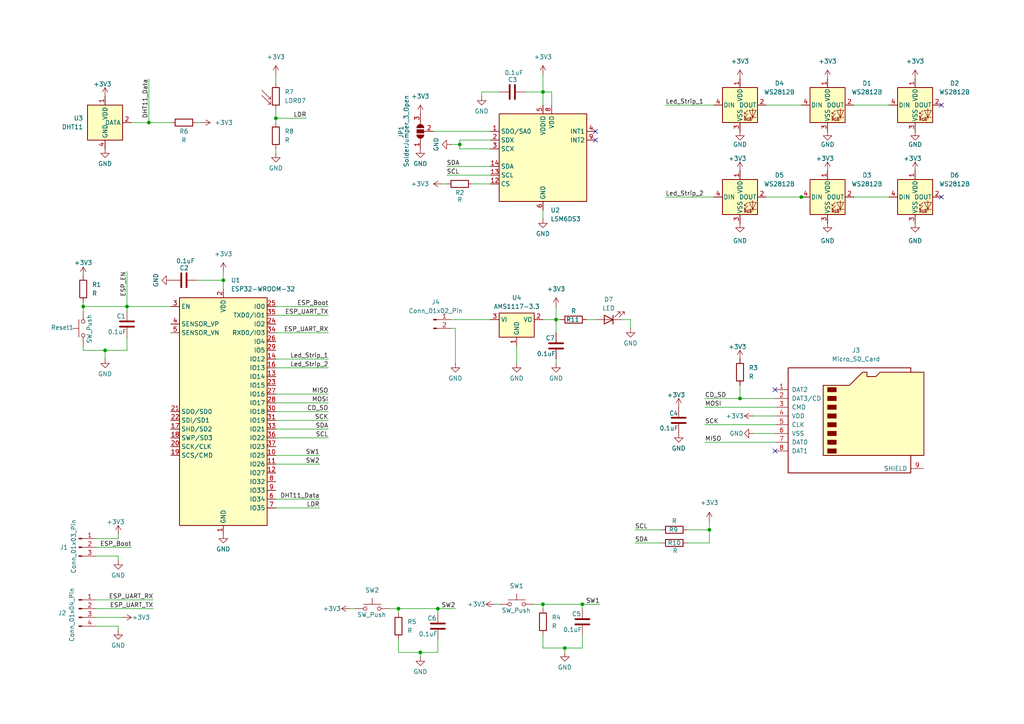
<source format=kicad_sch>
(kicad_sch (version 20231120) (generator "eeschema") (generator_version "8.0")
  (paper "A4")
  (lib_symbols
    (symbol "Connector:Conn_01x02_Pin" (pin_names (offset 1.016) hide)
      (property "Reference" "J" (at 0 2.54 0))
      (property "Value" "Conn_01x02_Pin" (at 0 -5.08 0))
      (symbol "Conn_01x02_Pin_1_1"
        (polyline (pts (xy 1.27 -2.54) (xy 0.8636 -2.54)) (stroke (width 0.1524)))
        (polyline (pts (xy 1.27 0) (xy 0.8636 0)) (stroke (width 0.1524)))
        (rectangle (start 0.8636 -2.413) (end 0 -2.667) (stroke (width 0.1524)) (fill (type outline)))
        (rectangle (start 0.8636 0.127) (end 0 -0.127) (stroke (width 0.1524)) (fill (type outline)))
        (pin passive line (at 5.08 0 180) (length 3.81) (name "Pin_1") (number "1"))
        (pin passive line (at 5.08 -2.54 180) (length 3.81) (name "Pin_2") (number "2"))
      )
    )
    (symbol "Connector:Conn_01x03_Pin" (pin_names (offset 1.016) hide)
      (property "Reference" "J" (at 0 5.08 0))
      (property "Value" "Conn_01x03_Pin" (at 0 -5.08 0))
      (symbol "Conn_01x03_Pin_1_1"
        (polyline (pts (xy 1.27 -2.54) (xy 0.8636 -2.54)) (stroke (width 0.1524)))
        (polyline (pts (xy 1.27 0) (xy 0.8636 0)) (stroke (width 0.1524)))
        (polyline (pts (xy 1.27 2.54) (xy 0.8636 2.54)) (stroke (width 0.1524)))
        (rectangle (start 0.8636 -2.413) (end 0 -2.667) (stroke (width 0.1524)) (fill (type outline)))
        (rectangle (start 0.8636 0.127) (end 0 -0.127) (stroke (width 0.1524)) (fill (type outline)))
        (rectangle (start 0.8636 2.667) (end 0 2.413) (stroke (width 0.1524)) (fill (type outline)))
        (pin passive line (at 5.08 2.54 180) (length 3.81) (name "Pin_1") (number "1"))
        (pin passive line (at 5.08 0 180) (length 3.81) (name "Pin_2") (number "2"))
        (pin passive line (at 5.08 -2.54 180) (length 3.81) (name "Pin_3") (number "3"))
      )
    )
    (symbol "Connector:Conn_01x04_Pin" (pin_names (offset 1.016) hide)
      (property "Reference" "J" (at 0 5.08 0))
      (property "Value" "Conn_01x04_Pin" (at 0 -7.62 0))
      (symbol "Conn_01x04_Pin_1_1"
        (polyline (pts (xy 1.27 -5.08) (xy 0.8636 -5.08)) (stroke (width 0.1524)))
        (polyline (pts (xy 1.27 -2.54) (xy 0.8636 -2.54)) (stroke (width 0.1524)))
        (polyline (pts (xy 1.27 0) (xy 0.8636 0)) (stroke (width 0.1524)))
        (polyline (pts (xy 1.27 2.54) (xy 0.8636 2.54)) (stroke (width 0.1524)))
        (rectangle (start 0.8636 -4.953) (end 0 -5.207) (stroke (width 0.1524)) (fill (type outline)))
        (rectangle (start 0.8636 -2.413) (end 0 -2.667) (stroke (width 0.1524)) (fill (type outline)))
        (rectangle (start 0.8636 0.127) (end 0 -0.127) (stroke (width 0.1524)) (fill (type outline)))
        (rectangle (start 0.8636 2.667) (end 0 2.413) (stroke (width 0.1524)) (fill (type outline)))
        (pin passive line (at 5.08 2.54 180) (length 3.81) (name "Pin_1") (number "1"))
        (pin passive line (at 5.08 0 180) (length 3.81) (name "Pin_2") (number "2"))
        (pin passive line (at 5.08 -2.54 180) (length 3.81) (name "Pin_3") (number "3"))
        (pin passive line (at 5.08 -5.08 180) (length 3.81) (name "Pin_4") (number "4"))
      )
    )
    (symbol "Connector:Micro_SD_Card" (pin_names (offset 1.016))
      (property "Reference" "J" (at -16.51 15.24 0))
      (property "Value" "Micro_SD_Card" (at 16.51 15.24 0))
      (symbol "Micro_SD_Card_0_1"
        (rectangle (start -7.62 -9.525) (end -5.08 -10.795) (fill (type outline)))
        (rectangle (start -7.62 -6.985) (end -5.08 -8.255) (fill (type outline)))
        (rectangle (start -7.62 -4.445) (end -5.08 -5.715) (fill (type outline)))
        (rectangle (start -7.62 -1.905) (end -5.08 -3.175) (fill (type outline)))
        (rectangle (start -7.62 0.635) (end -5.08 -0.635) (fill (type outline)))
        (rectangle (start -7.62 3.175) (end -5.08 1.905) (fill (type outline)))
        (rectangle (start -7.62 5.715) (end -5.08 4.445) (fill (type outline)))
        (rectangle (start -7.62 8.255) (end -5.08 6.985) (fill (type outline)))
        (polyline (pts (xy 16.51 12.7) (xy 16.51 13.97) (xy -19.05 13.97) (xy -19.05 -16.51) (xy 16.51 -16.51) (xy 16.51 -11.43)) (stroke (width 0.254)))
        (polyline (pts (xy -8.89 -11.43) (xy -8.89 8.89) (xy -1.27 8.89) (xy 2.54 12.7) (xy 3.81 12.7) (xy 3.81 11.43) (xy 6.35 11.43) (xy 7.62 12.7) (xy 20.32 12.7) (xy 20.32 -11.43) (xy -8.89 -11.43)) (stroke (width 0.254)) (fill (type background)))
      )
      (symbol "Micro_SD_Card_1_1"
        (pin bidirectional line (at -22.86 7.62 0) (length 3.81) (name "DAT2") (number "1"))
        (pin bidirectional line (at -22.86 5.08 0) (length 3.81) (name "DAT3/CD") (number "2"))
        (pin input line (at -22.86 2.54 0) (length 3.81) (name "CMD") (number "3"))
        (pin power_in line (at -22.86 0 0) (length 3.81) (name "VDD") (number "4"))
        (pin input line (at -22.86 -2.54 0) (length 3.81) (name "CLK") (number "5"))
        (pin power_in line (at -22.86 -5.08 0) (length 3.81) (name "VSS") (number "6"))
        (pin bidirectional line (at -22.86 -7.62 0) (length 3.81) (name "DAT0") (number "7"))
        (pin bidirectional line (at -22.86 -10.16 0) (length 3.81) (name "DAT1") (number "8"))
        (pin passive line (at 20.32 -15.24 180) (length 3.81) (name "SHIELD") (number "9"))
      )
    )
    (symbol "Device:C" (pin_numbers hide) (pin_names (offset 0.254))
      (property "Reference" "C" (at 0.635 2.54 0))
      (property "Value" "C" (at 0.635 -2.54 0))
      (symbol "C_0_1"
        (polyline (pts (xy -2.032 -0.762) (xy 2.032 -0.762)) (stroke (width 0.508)))
        (polyline (pts (xy -2.032 0.762) (xy 2.032 0.762)) (stroke (width 0.508)))
      )
      (symbol "C_1_1"
        (pin passive line (at 0 3.81 270) (length 2.794) (name "~") (number "1"))
        (pin passive line (at 0 -3.81 90) (length 2.794) (name "~") (number "2"))
      )
    )
    (symbol "Device:LED" (pin_numbers hide) (pin_names (offset 1.016) hide)
      (property "Reference" "D" (at 0 2.54 0))
      (property "Value" "LED" (at 0 -2.54 0))
      (symbol "LED_0_1"
        (polyline (pts (xy -1.27 -1.27) (xy -1.27 1.27)) (stroke (width 0.254)))
        (polyline (pts (xy -1.27 0) (xy 1.27 0)))
        (polyline (pts (xy 1.27 -1.27) (xy 1.27 1.27) (xy -1.27 0) (xy 1.27 -1.27)) (stroke (width 0.254)))
        (polyline (pts (xy -3.048 -0.762) (xy -4.572 -2.286) (xy -3.81 -2.286) (xy -4.572 -2.286) (xy -4.572 -1.524)))
        (polyline (pts (xy -1.778 -0.762) (xy -3.302 -2.286) (xy -2.54 -2.286) (xy -3.302 -2.286) (xy -3.302 -1.524)))
      )
      (symbol "LED_1_1"
        (pin passive line (at -3.81 0 0) (length 2.54) (name "K") (number "1"))
        (pin passive line (at 3.81 0 180) (length 2.54) (name "A") (number "2"))
      )
    )
    (symbol "Device:R" (pin_numbers hide) (pin_names (offset 0))
      (property "Reference" "R" (at 2.032 0 90))
      (property "Value" "R" (at 0 0 90))
      (symbol "R_0_1"
        (rectangle (start -1.016 -2.54) (end 1.016 2.54) (stroke (width 0.254)))
      )
      (symbol "R_1_1"
        (pin passive line (at 0 3.81 270) (length 1.27) (name "~") (number "1"))
        (pin passive line (at 0 -3.81 90) (length 1.27) (name "~") (number "2"))
      )
    )
    (symbol "Jumper:SolderJumper_3_Open" (pin_names (offset 0) hide) (exclude_from_sim yes) (in_bom no)
      (property "Reference" "JP" (at -2.54 -2.54 0))
      (property "Value" "SolderJumper_3_Open" (at 0 2.794 0))
      (symbol "SolderJumper_3_Open_0_1"
        (arc (start -1.016 1.016) (mid -2.0276 0) (end -1.016 -1.016))
        (arc (start -1.016 1.016) (mid -2.0276 0) (end -1.016 -1.016) (fill (type outline)))
        (rectangle (start -0.508 1.016) (end 0.508 -1.016) (fill (type outline)))
        (polyline (pts (xy -2.54 0) (xy -2.032 0)))
        (polyline (pts (xy -1.016 1.016) (xy -1.016 -1.016)))
        (polyline (pts (xy 0 -1.27) (xy 0 -1.016)))
        (polyline (pts (xy 1.016 1.016) (xy 1.016 -1.016)))
        (polyline (pts (xy 2.54 0) (xy 2.032 0)))
        (arc (start 1.016 -1.016) (mid 2.0276 0) (end 1.016 1.016))
        (arc (start 1.016 -1.016) (mid 2.0276 0) (end 1.016 1.016) (fill (type outline)))
      )
      (symbol "SolderJumper_3_Open_1_1"
        (pin passive line (at -5.08 0 0) (length 2.54) (name "A") (number "1"))
        (pin passive line (at 0 -3.81 90) (length 2.54) (name "C") (number "2"))
        (pin passive line (at 5.08 0 180) (length 2.54) (name "B") (number "3"))
      )
    )
    (symbol "LED:WS2812B" (pin_names (offset 0.254))
      (property "Reference" "D" (at 5.08 5.715 0))
      (property "Value" "WS2812B" (at 1.27 -5.715 0))
      (symbol "WS2812B_0_0"
        (text "RGB" (at 2.286 -4.191 0) (effects (font (size 0.762 0.762))))
      )
      (symbol "WS2812B_0_1"
        (polyline (pts (xy 1.27 -3.556) (xy 1.778 -3.556)))
        (polyline (pts (xy 1.27 -2.54) (xy 1.778 -2.54)))
        (polyline (pts (xy 4.699 -3.556) (xy 2.667 -3.556)))
        (polyline (pts (xy 2.286 -2.54) (xy 1.27 -3.556) (xy 1.27 -3.048)))
        (polyline (pts (xy 2.286 -1.524) (xy 1.27 -2.54) (xy 1.27 -2.032)))
        (polyline (pts (xy 3.683 -1.016) (xy 3.683 -3.556) (xy 3.683 -4.064)))
        (polyline (pts (xy 4.699 -1.524) (xy 2.667 -1.524) (xy 3.683 -3.556) (xy 4.699 -1.524)))
        (rectangle (start 5.08 5.08) (end -5.08 -5.08) (stroke (width 0.254)) (fill (type background)))
      )
      (symbol "WS2812B_1_1"
        (pin power_in line (at 0 7.62 270) (length 2.54) (name "VDD") (number "1"))
        (pin output line (at 7.62 0 180) (length 2.54) (name "DOUT") (number "2"))
        (pin power_in line (at 0 -7.62 90) (length 2.54) (name "VSS") (number "3"))
        (pin input line (at -7.62 0 0) (length 2.54) (name "DIN") (number "4"))
      )
    )
    (symbol "RF_Module:ESP32-WROOM-32"
      (property "Reference" "U" (at -12.7 34.29 0))
      (property "Value" "ESP32-WROOM-32" (at 1.27 34.29 0))
      (symbol "ESP32-WROOM-32_0_1"
        (rectangle (start -12.7 33.02) (end 12.7 -33.02) (stroke (width 0.254)) (fill (type background)))
      )
      (symbol "ESP32-WROOM-32_1_1"
        (pin power_in line (at 0 -35.56 90) (length 2.54) (name "GND") (number "1"))
        (pin bidirectional line (at 15.24 -12.7 180) (length 2.54) (name "IO25") (number "10"))
        (pin bidirectional line (at 15.24 -15.24 180) (length 2.54) (name "IO26") (number "11"))
        (pin bidirectional line (at 15.24 -17.78 180) (length 2.54) (name "IO27") (number "12"))
        (pin bidirectional line (at 15.24 10.16 180) (length 2.54) (name "IO14") (number "13"))
        (pin bidirectional line (at 15.24 15.24 180) (length 2.54) (name "IO12") (number "14"))
        (pin passive line (at 0 -35.56 90) (length 2.54) hide (name "GND") (number "15"))
        (pin bidirectional line (at 15.24 12.7 180) (length 2.54) (name "IO13") (number "16"))
        (pin bidirectional line (at -15.24 -5.08 0) (length 2.54) (name "SHD/SD2") (number "17"))
        (pin bidirectional line (at -15.24 -7.62 0) (length 2.54) (name "SWP/SD3") (number "18"))
        (pin bidirectional line (at -15.24 -12.7 0) (length 2.54) (name "SCS/CMD") (number "19"))
        (pin power_in line (at 0 35.56 270) (length 2.54) (name "VDD") (number "2"))
        (pin bidirectional line (at -15.24 -10.16 0) (length 2.54) (name "SCK/CLK") (number "20"))
        (pin bidirectional line (at -15.24 0 0) (length 2.54) (name "SDO/SD0") (number "21"))
        (pin bidirectional line (at -15.24 -2.54 0) (length 2.54) (name "SDI/SD1") (number "22"))
        (pin bidirectional line (at 15.24 7.62 180) (length 2.54) (name "IO15") (number "23"))
        (pin bidirectional line (at 15.24 25.4 180) (length 2.54) (name "IO2") (number "24"))
        (pin bidirectional line (at 15.24 30.48 180) (length 2.54) (name "IO0") (number "25"))
        (pin bidirectional line (at 15.24 20.32 180) (length 2.54) (name "IO4") (number "26"))
        (pin bidirectional line (at 15.24 5.08 180) (length 2.54) (name "IO16") (number "27"))
        (pin bidirectional line (at 15.24 2.54 180) (length 2.54) (name "IO17") (number "28"))
        (pin bidirectional line (at 15.24 17.78 180) (length 2.54) (name "IO5") (number "29"))
        (pin input line (at -15.24 30.48 0) (length 2.54) (name "EN") (number "3"))
        (pin bidirectional line (at 15.24 0 180) (length 2.54) (name "IO18") (number "30"))
        (pin bidirectional line (at 15.24 -2.54 180) (length 2.54) (name "IO19") (number "31"))
        (pin no_connect line (at -12.7 -27.94 0) (length 2.54) hide (name "NC") (number "32"))
        (pin bidirectional line (at 15.24 -5.08 180) (length 2.54) (name "IO21") (number "33"))
        (pin bidirectional line (at 15.24 22.86 180) (length 2.54) (name "RXD0/IO3") (number "34"))
        (pin bidirectional line (at 15.24 27.94 180) (length 2.54) (name "TXD0/IO1") (number "35"))
        (pin bidirectional line (at 15.24 -7.62 180) (length 2.54) (name "IO22") (number "36"))
        (pin bidirectional line (at 15.24 -10.16 180) (length 2.54) (name "IO23") (number "37"))
        (pin passive line (at 0 -35.56 90) (length 2.54) hide (name "GND") (number "38"))
        (pin passive line (at 0 -35.56 90) (length 2.54) hide (name "GND") (number "39"))
        (pin input line (at -15.24 25.4 0) (length 2.54) (name "SENSOR_VP") (number "4"))
        (pin input line (at -15.24 22.86 0) (length 2.54) (name "SENSOR_VN") (number "5"))
        (pin input line (at 15.24 -25.4 180) (length 2.54) (name "IO34") (number "6"))
        (pin input line (at 15.24 -27.94 180) (length 2.54) (name "IO35") (number "7"))
        (pin bidirectional line (at 15.24 -20.32 180) (length 2.54) (name "IO32") (number "8"))
        (pin bidirectional line (at 15.24 -22.86 180) (length 2.54) (name "IO33") (number "9"))
      )
    )
    (symbol "Regulator_Linear:AMS1117-3.3"
      (property "Reference" "U" (at -3.81 3.175 0))
      (property "Value" "AMS1117-3.3" (at 0 3.175 0))
      (symbol "AMS1117-3.3_0_1"
        (rectangle (start -5.08 -5.08) (end 5.08 1.905) (stroke (width 0.254)) (fill (type background)))
      )
      (symbol "AMS1117-3.3_1_1"
        (pin power_in line (at 0 -7.62 90) (length 2.54) (name "GND") (number "1"))
        (pin power_out line (at 7.62 0 180) (length 2.54) (name "VO") (number "2"))
        (pin power_in line (at -7.62 0 0) (length 2.54) (name "VI") (number "3"))
      )
    )
    (symbol "Sensor:DHT11"
      (property "Reference" "U" (at -3.81 6.35 0))
      (property "Value" "DHT11" (at 3.81 6.35 0))
      (symbol "DHT11_0_1"
        (rectangle (start -5.08 5.08) (end 5.08 -5.08) (stroke (width 0.254)) (fill (type background)))
      )
      (symbol "DHT11_1_1"
        (pin power_in line (at 0 7.62 270) (length 2.54) (name "VDD") (number "1"))
        (pin bidirectional line (at 7.62 0 180) (length 2.54) (name "DATA") (number "2"))
        (pin no_connect line (at -5.08 0 0) (length 2.54) hide (name "NC") (number "3"))
        (pin power_in line (at 0 -7.62 90) (length 2.54) (name "GND") (number "4"))
      )
    )
    (symbol "Sensor_Motion:LSM6DS3"
      (property "Reference" "U" (at -11.43 15.24 0))
      (property "Value" "LSM6DS3" (at -11.43 12.7 0))
      (symbol "LSM6DS3_0_1"
        (rectangle (start -12.7 12.7) (end 12.7 -12.7) (stroke (width 0.254)) (fill (type background)))
      )
      (symbol "LSM6DS3_1_1"
        (pin bidirectional line (at -15.24 7.62 0) (length 2.54) (name "SDO/SA0") (number "1"))
        (pin no_connect line (at 12.7 -5.08 180) (length 3.81) hide (name "NC") (number "10"))
        (pin no_connect line (at 12.7 -2.54 180) (length 3.81) hide (name "NC") (number "11"))
        (pin input line (at -15.24 -7.62 0) (length 2.54) (name "CS") (number "12"))
        (pin input line (at -15.24 -5.08 0) (length 2.54) (name "SCL") (number "13"))
        (pin bidirectional line (at -15.24 -2.54 0) (length 2.54) (name "SDA") (number "14"))
        (pin bidirectional line (at -15.24 5.08 0) (length 2.54) (name "SDX") (number "2"))
        (pin input line (at -15.24 2.54 0) (length 2.54) (name "SCX") (number "3"))
        (pin output line (at 15.24 7.62 180) (length 2.54) (name "INT1") (number "4"))
        (pin power_in line (at 0 15.24 270) (length 2.54) (name "VDDIO") (number "5"))
        (pin power_in line (at 0 -15.24 90) (length 2.54) (name "GND") (number "6"))
        (pin passive line (at 0 -15.24 90) (length 2.54) hide (name "GND") (number "7"))
        (pin power_in line (at 2.54 15.24 270) (length 2.54) (name "VDD") (number "8"))
        (pin output line (at 15.24 5.08 180) (length 2.54) (name "INT2") (number "9"))
      )
    )
    (symbol "Sensor_Optical:LDR07" (pin_numbers hide) (pin_names (offset 0))
      (property "Reference" "R" (at -5.08 0 90))
      (property "Value" "LDR07" (at 1.905 0 90))
      (symbol "LDR07_0_1"
        (rectangle (start -1.016 2.54) (end 1.016 -2.54) (stroke (width 0.254)))
        (polyline (pts (xy -1.524 -2.286) (xy -4.064 0.254)))
        (polyline (pts (xy -1.524 -2.286) (xy -2.286 -2.286)))
        (polyline (pts (xy -1.524 -2.286) (xy -1.524 -1.524)))
        (polyline (pts (xy -1.524 -0.762) (xy -4.064 1.778)))
        (polyline (pts (xy -1.524 -0.762) (xy -2.286 -0.762)))
        (polyline (pts (xy -1.524 -0.762) (xy -1.524 0)))
      )
      (symbol "LDR07_1_1"
        (pin passive line (at 0 3.81 270) (length 1.27) (name "~") (number "1"))
        (pin passive line (at 0 -3.81 90) (length 1.27) (name "~") (number "2"))
      )
    )
    (symbol "Switch:SW_Push" (pin_numbers hide) (pin_names (offset 1.016) hide)
      (property "Reference" "SW" (at 1.27 2.54 0))
      (property "Value" "SW_Push" (at 0 -1.524 0))
      (symbol "SW_Push_0_1"
        (circle (center -2.032 0) (radius 0.508))
        (polyline (pts (xy 0 1.27) (xy 0 3.048)))
        (polyline (pts (xy 2.54 1.27) (xy -2.54 1.27)))
        (circle (center 2.032 0) (radius 0.508))
        (pin passive line (at -5.08 0 0) (length 2.54) (name "1") (number "1"))
        (pin passive line (at 5.08 0 180) (length 2.54) (name "2") (number "2"))
      )
    )
    (symbol "power:+3V3" (power) (pin_numbers hide) (pin_names (offset 0) hide)
      (property "Value" "+3V3" (at 0 3.556 0))
      (symbol "+3V3_0_1"
        (polyline (pts (xy -0.762 1.27) (xy 0 2.54)))
        (polyline (pts (xy 0 0) (xy 0 2.54)))
        (polyline (pts (xy 0 2.54) (xy 0.762 1.27)))
      )
      (symbol "+3V3_1_1"
        (pin power_in line (at 0 0 90) (length 0) (name "~") (number "1"))
      )
    )
    (symbol "power:GND" (power) (pin_numbers hide) (pin_names (offset 0) hide)
      (property "Value" "GND" (at 0 -3.81 0))
      (symbol "GND_0_1"
        (polyline (pts (xy 0 0) (xy 0 -1.27) (xy 1.27 -1.27) (xy 0 -2.54) (xy -1.27 -1.27) (xy 0 -1.27)))
      )
      (symbol "GND_1_1"
        (pin power_in line (at 0 0 270) (length 0) (name "~") (number "1"))
      )
    )
  )
  (junction (at 157.48 26.67))
  (junction (at 133.35 41.91))
  (junction (at 214.63 115.57))
  (junction (at 232.41 57.15))
  (junction (at 30.48 101.6))
  (junction (at 163.83 187.96))
  (junction (at 127 176.53))
  (junction (at 43.18 35.56))
  (junction (at 157.48 175.26))
  (junction (at 121.92 189.23))
  (junction (at 205.74 153.67))
  (junction (at 36.83 88.9))
  (junction (at 24.13 88.9))
  (junction (at 80.01 34.29))
  (junction (at 115.57 176.53))
  (junction (at 161.29 92.71))
  (junction (at 64.77 81.28))
  (junction (at 168.91 175.26))
  (no_connect (at 224.79 113.03))
  (no_connect (at 172.72 40.64))
  (no_connect (at 273.05 30.48))
  (no_connect (at 224.79 130.81))
  (no_connect (at 273.05 57.15))
  (no_connect (at 172.72 38.1))
  (wire (pts (xy 157.48 60.96) (xy 157.48 63.5)))
  (wire (pts (xy 57.15 35.56) (xy 58.42 35.56)))
  (wire (pts (xy 24.13 101.6) (xy 30.48 101.6)))
  (wire (pts (xy 115.57 189.23) (xy 121.92 189.23)))
  (wire (pts (xy 80.01 96.52) (xy 95.25 96.52)))
  (wire (pts (xy 157.48 92.71) (xy 161.29 92.71)))
  (wire (pts (xy 170.18 92.71) (xy 172.72 92.71)))
  (wire (pts (xy 191.77 157.48) (xy 184.15 157.48)))
  (wire (pts (xy 149.86 100.33) (xy 149.86 105.41)))
  (wire (pts (xy 27.94 181.61) (xy 34.29 181.61)))
  (wire (pts (xy 80.01 114.3) (xy 95.25 114.3)))
  (wire (pts (xy 204.47 118.11) (xy 224.79 118.11)))
  (wire (pts (xy 133.35 41.91) (xy 133.35 43.18)))
  (wire (pts (xy 130.81 92.71) (xy 142.24 92.71)))
  (wire (pts (xy 143.51 175.26) (xy 144.78 175.26)))
  (wire (pts (xy 129.54 50.8) (xy 142.24 50.8)))
  (wire (pts (xy 101.6 176.53) (xy 102.87 176.53)))
  (wire (pts (xy 57.15 81.28) (xy 64.77 81.28)))
  (wire (pts (xy 125.73 38.1) (xy 142.24 38.1)))
  (wire (pts (xy 38.1 35.56) (xy 43.18 35.56)))
  (wire (pts (xy 133.35 40.64) (xy 133.35 41.91)))
  (wire (pts (xy 139.7 26.67) (xy 144.78 26.67)))
  (wire (pts (xy 218.44 120.65) (xy 224.79 120.65)))
  (wire (pts (xy 168.91 175.26) (xy 173.99 175.26)))
  (wire (pts (xy 80.01 34.29) (xy 80.01 35.56)))
  (wire (pts (xy 115.57 176.53) (xy 127 176.53)))
  (wire (pts (xy 36.83 78.74) (xy 36.83 88.9)))
  (wire (pts (xy 193.04 57.15) (xy 207.01 57.15)))
  (wire (pts (xy 182.88 92.71) (xy 182.88 95.25)))
  (wire (pts (xy 80.01 91.44) (xy 95.25 91.44)))
  (wire (pts (xy 24.13 87.63) (xy 24.13 88.9)))
  (wire (pts (xy 157.48 187.96) (xy 163.83 187.96)))
  (wire (pts (xy 205.74 153.67) (xy 205.74 157.48)))
  (wire (pts (xy 34.29 181.61) (xy 34.29 182.88)))
  (wire (pts (xy 80.01 44.45) (xy 80.01 43.18)))
  (wire (pts (xy 214.63 111.76) (xy 214.63 115.57)))
  (wire (pts (xy 222.25 57.15) (xy 232.41 57.15)))
  (wire (pts (xy 80.01 147.32) (xy 92.71 147.32)))
  (wire (pts (xy 115.57 176.53) (xy 115.57 177.8)))
  (wire (pts (xy 161.29 88.9) (xy 161.29 92.71)))
  (wire (pts (xy 232.41 57.15) (xy 233.68 57.15)))
  (wire (pts (xy 154.94 175.26) (xy 157.48 175.26)))
  (wire (pts (xy 127 185.42) (xy 127 189.23)))
  (wire (pts (xy 34.29 154.94) (xy 34.29 156.21)))
  (wire (pts (xy 204.47 128.27) (xy 224.79 128.27)))
  (wire (pts (xy 157.48 21.59) (xy 157.48 26.67)))
  (wire (pts (xy 127 176.53) (xy 127 177.8)))
  (wire (pts (xy 130.81 41.91) (xy 133.35 41.91)))
  (wire (pts (xy 152.4 26.67) (xy 157.48 26.67)))
  (wire (pts (xy 27.94 173.99) (xy 44.45 173.99)))
  (wire (pts (xy 80.01 116.84) (xy 95.25 116.84)))
  (wire (pts (xy 161.29 104.14) (xy 161.29 105.41)))
  (wire (pts (xy 30.48 101.6) (xy 36.83 101.6)))
  (wire (pts (xy 36.83 101.6) (xy 36.83 97.79)))
  (wire (pts (xy 80.01 34.29) (xy 88.9 34.29)))
  (wire (pts (xy 168.91 175.26) (xy 168.91 176.53)))
  (wire (pts (xy 27.94 176.53) (xy 44.45 176.53)))
  (wire (pts (xy 80.01 144.78) (xy 92.71 144.78)))
  (wire (pts (xy 121.92 189.23) (xy 127 189.23)))
  (wire (pts (xy 161.29 92.71) (xy 161.29 96.52)))
  (wire (pts (xy 247.65 57.15) (xy 257.81 57.15)))
  (wire (pts (xy 24.13 100.33) (xy 24.13 101.6)))
  (wire (pts (xy 247.65 30.48) (xy 257.81 30.48)))
  (wire (pts (xy 80.01 121.92) (xy 95.25 121.92)))
  (wire (pts (xy 27.94 156.21) (xy 34.29 156.21)))
  (wire (pts (xy 163.83 187.96) (xy 168.91 187.96)))
  (wire (pts (xy 163.83 189.23) (xy 163.83 187.96)))
  (wire (pts (xy 193.04 30.48) (xy 207.01 30.48)))
  (wire (pts (xy 157.48 26.67) (xy 160.02 26.67)))
  (wire (pts (xy 80.01 134.62) (xy 92.71 134.62)))
  (wire (pts (xy 157.48 175.26) (xy 157.48 176.53)))
  (wire (pts (xy 132.08 95.25) (xy 132.08 105.41)))
  (wire (pts (xy 80.01 124.46) (xy 95.25 124.46)))
  (wire (pts (xy 137.16 53.34) (xy 142.24 53.34)))
  (wire (pts (xy 133.35 43.18) (xy 142.24 43.18)))
  (wire (pts (xy 64.77 78.74) (xy 64.77 81.28)))
  (wire (pts (xy 157.48 175.26) (xy 168.91 175.26)))
  (wire (pts (xy 30.48 104.14) (xy 30.48 101.6)))
  (wire (pts (xy 43.18 22.86) (xy 43.18 35.56)))
  (wire (pts (xy 129.54 48.26) (xy 142.24 48.26)))
  (wire (pts (xy 133.35 40.64) (xy 142.24 40.64)))
  (wire (pts (xy 204.47 123.19) (xy 224.79 123.19)))
  (wire (pts (xy 80.01 127) (xy 95.25 127)))
  (wire (pts (xy 160.02 26.67) (xy 160.02 30.48)))
  (wire (pts (xy 180.34 92.71) (xy 182.88 92.71)))
  (wire (pts (xy 121.92 190.5) (xy 121.92 189.23)))
  (wire (pts (xy 24.13 88.9) (xy 36.83 88.9)))
  (wire (pts (xy 24.13 90.17) (xy 24.13 88.9)))
  (wire (pts (xy 80.01 119.38) (xy 95.25 119.38)))
  (wire (pts (xy 222.25 30.48) (xy 232.41 30.48)))
  (wire (pts (xy 168.91 184.15) (xy 168.91 187.96)))
  (wire (pts (xy 130.81 95.25) (xy 132.08 95.25)))
  (wire (pts (xy 80.01 31.75) (xy 80.01 34.29)))
  (wire (pts (xy 27.94 158.75) (xy 38.1 158.75)))
  (wire (pts (xy 43.18 35.56) (xy 49.53 35.56)))
  (wire (pts (xy 214.63 115.57) (xy 224.79 115.57)))
  (wire (pts (xy 205.74 151.13) (xy 205.74 153.67)))
  (wire (pts (xy 157.48 26.67) (xy 157.48 30.48)))
  (wire (pts (xy 27.94 161.29) (xy 34.29 161.29)))
  (wire (pts (xy 36.83 88.9) (xy 36.83 90.17)))
  (wire (pts (xy 139.7 26.67) (xy 139.7 27.94)))
  (wire (pts (xy 80.01 106.68) (xy 95.25 106.68)))
  (wire (pts (xy 128.27 53.34) (xy 129.54 53.34)))
  (wire (pts (xy 199.39 153.67) (xy 205.74 153.67)))
  (wire (pts (xy 191.77 153.67) (xy 184.15 153.67)))
  (wire (pts (xy 34.29 161.29) (xy 34.29 162.56)))
  (wire (pts (xy 199.39 157.48) (xy 205.74 157.48)))
  (wire (pts (xy 64.77 81.28) (xy 64.77 83.82)))
  (wire (pts (xy 127 176.53) (xy 132.08 176.53)))
  (wire (pts (xy 36.83 88.9) (xy 49.53 88.9)))
  (wire (pts (xy 157.48 184.15) (xy 157.48 187.96)))
  (wire (pts (xy 115.57 185.42) (xy 115.57 189.23)))
  (wire (pts (xy 161.29 92.71) (xy 162.56 92.71)))
  (wire (pts (xy 80.01 132.08) (xy 92.71 132.08)))
  (wire (pts (xy 27.94 179.07) (xy 35.56 179.07)))
  (wire (pts (xy 218.44 125.73) (xy 224.79 125.73)))
  (wire (pts (xy 113.03 176.53) (xy 115.57 176.53)))
  (wire (pts (xy 80.01 88.9) (xy 95.25 88.9)))
  (wire (pts (xy 80.01 21.59) (xy 80.01 24.13)))
  (wire (pts (xy 204.47 115.57) (xy 214.63 115.57)))
  (wire (pts (xy 80.01 104.14) (xy 95.25 104.14)))
  (label "ESP_UART_RX" (at 95.25 96.52 180))
  (label "Led_Strip_2" (at 193.04 57.15 0))
  (label "SDA" (at 129.54 48.26 0))
  (label "ESP_EN" (at 36.83 78.74 270))
  (label "CD_SD" (at 95.25 119.38 180))
  (label "DHT11_Data" (at 92.71 144.78 180))
  (label "CD_SD" (at 204.47 115.57 0))
  (label "SDA" (at 95.25 124.46 180))
  (label "SW2" (at 132.08 176.53 180))
  (label "ESP_UART_RX" (at 44.45 173.99 180))
  (label "Led_Strip_2" (at 95.25 106.68 180))
  (label "SDA" (at 184.15 157.48 0))
  (label "DHT11_Data" (at 43.18 22.86 270))
  (label "ESP_UART_TX" (at 95.25 91.44 180))
  (label "SCL" (at 184.15 153.67 0))
  (label "SW1" (at 173.99 175.26 180))
  (label "Led_Strip_1" (at 95.25 104.14 180))
  (label "SCK" (at 95.25 121.92 180))
  (label "SCL" (at 129.54 50.8 0))
  (label "SCL" (at 95.25 127 180))
  (label "Led_Strip_1" (at 193.04 30.48 0))
  (label "MISO" (at 95.25 114.3 180))
  (label "ESP_Boot" (at 38.1 158.75 180))
  (label "MISO" (at 204.47 128.27 0))
  (label "ESP_Boot" (at 95.25 88.9 180))
  (label "SW1" (at 92.71 132.08 180))
  (label "LDR" (at 88.9 34.29 180))
  (label "MOSI" (at 95.25 116.84 180))
  (label "SW2" (at 92.71 134.62 180))
  (label "LDR" (at 92.71 147.32 180))
  (label "ESP_UART_TX" (at 44.45 176.53 180))
  (label "SCK" (at 204.47 123.19 0))
  (label "MOSI" (at 204.47 118.11 0))
  (symbol (lib_id "Connector:Conn_01x02_Pin") (at 125.73 92.71 0) (unit 1)
    (property "Reference" "J4" (at 126.365 87.63 0))
    (property "Value" "Conn_01x02_Pin" (at 126.365 90.17 0))
    (property "Footprint" "Connector_JST:JST_XA_B02B-XASK-1_1x02_P2.50mm_Vertical" (effects (hide yes)))
    (property "Description" "Generic connector, single row, 01x02, script generated" (effects (hide yes)))
  )
  (symbol (lib_id "power:+3V3") (at 64.77 78.74 0) (unit 1)
    (property "Reference" "#PWR04" (effects (hide yes)))
    (property "Value" "+3V3" (at 64.77 73.66 0))
    (property "Description" "Power symbol creates a global label with name \"+3V3\"" (effects (hide yes)))
  )
  (symbol (lib_id "power:+3V3") (at 121.92 33.02 0) (unit 1)
    (property "Reference" "#PWR05" (effects (hide yes)))
    (property "Value" "+3V3" (at 121.92 27.94 0))
    (property "Description" "Power symbol creates a global label with name \"+3V3\"" (effects (hide yes)))
  )
  (symbol (lib_id "Sensor_Optical:LDR07") (at 80.01 27.94 0) (unit 1)
    (property "Reference" "R7" (at 82.55 26.6699 0) (effects (justify left)))
    (property "Value" "LDR07" (at 82.55 29.2099 0) (effects (justify left)))
    (property "Footprint" "OptoDevice:R_LDR_5.1x4.3mm_P3.4mm_Vertical" (effects (hide yes)))
    (property "Datasheet" "http://www.tme.eu/de/Document/f2e3ad76a925811312d226c31da4cd7e/LDR07.pdf" (effects (hide yes)))
    (property "Description" "light dependent resistor" (effects (hide yes)))
  )
  (symbol (lib_id "power:+3V3") (at 214.63 104.14 0) (unit 1)
    (property "Reference" "#PWR022" (effects (hide yes)))
    (property "Value" "+3V3" (at 213.868 100.584 0))
    (property "Description" "Power symbol creates a global label with name \"+3V3\"" (effects (hide yes)))
  )
  (symbol (lib_id "power:+3V3") (at 24.13 80.01 0) (unit 1)
    (property "Reference" "#PWR01" (effects (hide yes)))
    (property "Value" "+3V3" (at 24.13 76.2 0))
    (property "Description" "Power symbol creates a global label with name \"+3V3\"" (effects (hide yes)))
  )
  (symbol (lib_id "power:+3V3") (at 196.85 118.11 0) (unit 1)
    (property "Reference" "#PWR016" (effects (hide yes)))
    (property "Value" "+3V3" (at 196.088 114.554 0))
    (property "Description" "Power symbol creates a global label with name \"+3V3\"" (effects (hide yes)))
  )
  (symbol (lib_id "power:GND") (at 163.83 189.23 0) (unit 1)
    (property "Reference" "#PWR035" (effects (hide yes)))
    (property "Value" "GND" (at 165.862 193.548 0) (effects (justify right)))
    (property "Description" "Power symbol creates a global label with name \"GND\" , ground" (effects (hide yes)))
  )
  (symbol (lib_id "power:GND") (at 121.92 43.18 0) (unit 1)
    (property "Reference" "#PWR06" (effects (hide yes)))
    (property "Value" "GND" (at 123.952 47.498 0) (effects (justify right)))
    (property "Description" "Power symbol creates a global label with name \"GND\" , ground" (effects (hide yes)))
  )
  (symbol (lib_id "power:+3V3") (at 58.42 35.56 270) (unit 1)
    (property "Reference" "#PWR038" (effects (hide yes)))
    (property "Value" "+3V3" (at 62.23 35.5599 90) (effects (justify left)))
    (property "Description" "Power symbol creates a global label with name \"+3V3\"" (effects (hide yes)))
  )
  (symbol (lib_id "Device:R") (at 157.48 180.34 0) (unit 1)
    (property "Reference" "R4" (at 160.02 179.0699 0) (effects (justify left)))
    (property "Value" "R" (at 160.02 181.6099 0) (effects (justify left)))
    (property "Footprint" "Resistor_SMD:R_0805_2012Metric_Pad1.20x1.40mm_HandSolder" (effects (hide yes)))
    (property "Description" "Resistor" (effects (hide yes)))
  )
  (symbol (lib_id "power:GND") (at 214.63 64.77 0) (unit 1)
    (property "Reference" "#PWR021" (effects (hide yes)))
    (property "Value" "GND" (at 214.63 69.85 0))
    (property "Description" "Power symbol creates a global label with name \"GND\" , ground" (effects (hide yes)))
  )
  (symbol (lib_id "power:+3V3") (at 30.48 27.94 0) (unit 1)
    (property "Reference" "#PWR039" (effects (hide yes)))
    (property "Value" "+3V3" (at 29.718 24.384 0))
    (property "Description" "Power symbol creates a global label with name \"+3V3\"" (effects (hide yes)))
  )
  (symbol (lib_id "power:+3V3") (at 157.48 21.59 0) (unit 1)
    (property "Reference" "#PWR014" (effects (hide yes)))
    (property "Value" "+3V3" (at 157.48 16.51 0))
    (property "Description" "Power symbol creates a global label with name \"+3V3\"" (effects (hide yes)))
  )
  (symbol (lib_id "Device:C") (at 196.85 121.92 0) (unit 1)
    (property "Reference" "C4" (at 194.056 119.888 0) (effects (justify left)))
    (property "Value" "0.1uF" (at 191.262 124.206 0) (effects (justify left)))
    (property "Footprint" "Capacitor_SMD:C_0805_2012Metric_Pad1.18x1.45mm_HandSolder" (effects (hide yes)))
    (property "Description" "Unpolarized capacitor" (effects (hide yes)))
  )
  (symbol (lib_id "power:GND") (at 161.29 105.41 0) (unit 1)
    (property "Reference" "#PWR046" (effects (hide yes)))
    (property "Value" "GND" (at 163.322 109.728 0) (effects (justify right)))
    (property "Description" "Power symbol creates a global label with name \"GND\" , ground" (effects (hide yes)))
  )
  (symbol (lib_id "Device:C") (at 168.91 180.34 0) (unit 1)
    (property "Reference" "C5" (at 165.862 178.054 0) (effects (justify left)))
    (property "Value" "0.1uF" (at 163.322 182.626 0) (effects (justify left)))
    (property "Footprint" "Capacitor_SMD:C_0805_2012Metric_Pad1.18x1.45mm_HandSolder" (effects (hide yes)))
    (property "Description" "Unpolarized capacitor" (effects (hide yes)))
  )
  (symbol (lib_id "Sensor_Motion:LSM6DS3") (at 157.48 45.72 0) (unit 1)
    (property "Reference" "U2" (at 159.6741 60.96 0) (effects (justify left)))
    (property "Value" "LSM6DS3" (at 159.6741 63.5 0) (effects (justify left)))
    (property "Footprint" "Package_LGA:LGA-14_3x2.5mm_P0.5mm_LayoutBorder3x4y" (effects (hide yes)))
    (property "Datasheet" "https://www.st.com/resource/en/datasheet/lsm6ds3tr-c.pdf" (effects (hide yes)))
    (property "Description" "I2C/SPI, iNEMO inertial module: always-on 3D accelerometer and 3D gyroscope" (effects (hide yes)))
  )
  (symbol (lib_id "Device:R") (at 80.01 39.37 0) (unit 1)
    (property "Reference" "R8" (at 82.55 38.0999 0) (effects (justify left)))
    (property "Value" "R" (at 82.55 40.6399 0) (effects (justify left)))
    (property "Footprint" "Resistor_SMD:R_0805_2012Metric_Pad1.20x1.40mm_HandSolder" (effects (hide yes)))
    (property "Description" "Resistor" (effects (hide yes)))
  )
  (symbol (lib_id "power:GND") (at 121.92 190.5 0) (unit 1)
    (property "Reference" "#PWR037" (effects (hide yes)))
    (property "Value" "GND" (at 123.952 194.818 0) (effects (justify right)))
    (property "Description" "Power symbol creates a global label with name \"GND\" , ground" (effects (hide yes)))
  )
  (symbol (lib_id "Connector:Conn_01x03_Pin") (at 22.86 158.75 0) (unit 1)
    (property "Reference" "J1" (at 18.542 158.75 0))
    (property "Value" "Conn_01x03_Pin" (at 21.336 158.496 90))
    (property "Footprint" "Connector_PinHeader_2.54mm:PinHeader_1x03_P2.54mm_Vertical" (effects (hide yes)))
    (property "Description" "Generic connector, single row, 01x03, script generated" (effects (hide yes)))
  )
  (symbol (lib_id "Device:C") (at 36.83 93.98 0) (unit 1)
    (property "Reference" "C1" (at 33.782 91.694 0) (effects (justify left)))
    (property "Value" "0.1uF" (at 31.242 96.266 0) (effects (justify left)))
    (property "Footprint" "Capacitor_SMD:C_0805_2012Metric_Pad1.18x1.45mm_HandSolder" (effects (hide yes)))
    (property "Description" "Unpolarized capacitor" (effects (hide yes)))
  )
  (symbol (lib_id "Switch:SW_Push") (at 24.13 95.25 90) (unit 1)
    (property "Reference" "Reset1" (at 14.732 94.996 90) (effects (justify right)))
    (property "Value" "SW_Push" (at 25.908 91.186 0) (effects (justify right)))
    (property "Footprint" "Button_Switch_SMD:SW_Push_1P1T_XKB_TS-1187A" (effects (hide yes)))
    (property "Description" "Push button switch, generic, two pins" (effects (hide yes)))
  )
  (symbol (lib_id "power:GND") (at 34.29 182.88 0) (unit 1)
    (property "Reference" "#PWR012" (effects (hide yes)))
    (property "Value" "GND" (at 36.322 187.198 0) (effects (justify right)))
    (property "Description" "Power symbol creates a global label with name \"GND\" , ground" (effects (hide yes)))
  )
  (symbol (lib_id "Device:R") (at 115.57 181.61 0) (unit 1)
    (property "Reference" "R5" (at 118.11 180.3399 0) (effects (justify left)))
    (property "Value" "R" (at 118.11 182.8799 0) (effects (justify left)))
    (property "Footprint" "Resistor_SMD:R_0805_2012Metric_Pad1.20x1.40mm_HandSolder" (effects (hide yes)))
    (property "Description" "Resistor" (effects (hide yes)))
  )
  (symbol (lib_id "power:+3V3") (at 128.27 53.34 90) (unit 1)
    (property "Reference" "#PWR07" (effects (hide yes)))
    (property "Value" "+3V3" (at 124.46 53.3399 90) (effects (justify left)))
    (property "Description" "Power symbol creates a global label with name \"+3V3\"" (effects (hide yes)))
  )
  (symbol (lib_id "power:GND") (at 240.03 64.77 0) (unit 1)
    (property "Reference" "#PWR028" (effects (hide yes)))
    (property "Value" "GND" (at 240.03 69.85 0))
    (property "Description" "Power symbol creates a global label with name \"GND\" , ground" (effects (hide yes)))
  )
  (symbol (lib_id "power:GND") (at 80.01 44.45 0) (unit 1)
    (property "Reference" "#PWR042" (effects (hide yes)))
    (property "Value" "GND" (at 82.042 48.768 0) (effects (justify right)))
    (property "Description" "Power symbol creates a global label with name \"GND\" , ground" (effects (hide yes)))
  )
  (symbol (lib_id "LED:WS2812B") (at 214.63 57.15 0) (unit 1)
    (property "Reference" "D5" (at 226.06 50.8314 0))
    (property "Value" "WS2812B" (at 226.06 53.3714 0))
    (property "Footprint" "LED_SMD:LED_WS2812B_PLCC4_5.0x5.0mm_P3.2mm" (effects (hide yes)))
    (property "Datasheet" "https://cdn-shop.adafruit.com/datasheets/WS2812B.pdf" (effects (hide yes)))
    (property "Description" "RGB LED with integrated controller" (effects (hide yes)))
  )
  (symbol (lib_id "power:GND") (at 265.43 38.1 0) (unit 1)
    (property "Reference" "#PWR030" (effects (hide yes)))
    (property "Value" "GND" (at 265.43 41.91 0))
    (property "Description" "Power symbol creates a global label with name \"GND\" , ground" (effects (hide yes)))
  )
  (symbol (lib_id "Device:R") (at 53.34 35.56 270) (unit 1)
    (property "Reference" "R6" (at 53.34 38.1 90))
    (property "Value" "R" (at 53.34 40.64 90))
    (property "Footprint" "Resistor_SMD:R_0805_2012Metric_Pad1.20x1.40mm_HandSolder" (effects (hide yes)))
    (property "Description" "Resistor" (effects (hide yes)))
  )
  (symbol (lib_id "Sensor:DHT11") (at 30.48 35.56 0) (unit 1)
    (property "Reference" "U3" (at 24.13 34.2899 0) (effects (justify right)))
    (property "Value" "DHT11" (at 24.13 36.8299 0) (effects (justify right)))
    (property "Footprint" "Esp32Board:DHT11" (effects (hide yes)))
    (property "Datasheet" "http://akizukidenshi.com/download/ds/aosong/DHT11.pdf" (effects (hide yes)))
    (property "Description" "3.3V to 5.5V, temperature and humidity module, DHT11" (effects (hide yes)))
  )
  (symbol (lib_id "Device:R") (at 166.37 92.71 90) (unit 1)
    (property "Reference" "R11" (at 166.116 92.71 90))
    (property "Value" "R" (at 166.37 90.17 90))
    (property "Footprint" "Resistor_SMD:R_0805_2012Metric_Pad1.20x1.40mm_HandSolder" (effects (hide yes)))
    (property "Description" "Resistor" (effects (hide yes)))
  )
  (symbol (lib_id "Device:C") (at 53.34 81.28 270) (unit 1)
    (property "Reference" "C2" (at 52.07 77.724 90) (effects (justify left)))
    (property "Value" "0.1uF" (at 51.054 75.692 90) (effects (justify left)))
    (property "Footprint" "Capacitor_SMD:C_0805_2012Metric_Pad1.18x1.45mm_HandSolder" (effects (hide yes)))
    (property "Description" "Unpolarized capacitor" (effects (hide yes)))
  )
  (symbol (lib_id "power:GND") (at 49.53 81.28 270) (unit 1)
    (property "Reference" "#PWR03" (effects (hide yes)))
    (property "Value" "GND" (at 45.212 83.312 0) (effects (justify right)))
    (property "Description" "Power symbol creates a global label with name \"GND\" , ground" (effects (hide yes)))
  )
  (symbol (lib_id "Switch:SW_Push") (at 149.86 175.26 0) (unit 1)
    (property "Reference" "SW1" (at 151.892 169.926 0) (effects (justify right)))
    (property "Value" "SW_Push" (at 153.924 177.038 0) (effects (justify right)))
    (property "Footprint" "Button_Switch_SMD:SW_Push_1P1T_XKB_TS-1187A" (effects (hide yes)))
    (property "Description" "Push button switch, generic, two pins" (effects (hide yes)))
  )
  (symbol (lib_id "power:+3V3") (at 143.51 175.26 90) (unit 1)
    (property "Reference" "#PWR033" (effects (hide yes)))
    (property "Value" "+3V3" (at 138.176 175.26 90))
    (property "Description" "Power symbol creates a global label with name \"+3V3\"" (effects (hide yes)))
  )
  (symbol (lib_id "RF_Module:ESP32-WROOM-32") (at 64.77 119.38 0) (unit 1)
    (property "Reference" "U1" (at 66.9641 81.28 0) (effects (justify left)))
    (property "Value" "ESP32-WROOM-32" (at 66.9641 83.82 0) (effects (justify left)))
    (property "Footprint" "RF_Module:ESP32-WROOM-32" (effects (hide yes)))
    (property "Datasheet" "https://www.espressif.com/sites/default/files/documentation/esp32-wroom-32_datasheet_en.pdf" (effects (hide yes)))
    (property "Description" "RF Module, ESP32-D0WDQ6 SoC, Wi-Fi 802.11b/g/n, Bluetooth, BLE, 32-bit, 2.7-3.6V, onboard antenna, SMD" (effects (hide yes)))
  )
  (symbol (lib_id "LED:WS2812B") (at 265.43 30.48 0) (unit 1)
    (property "Reference" "D2" (at 276.86 24.1614 0))
    (property "Value" "WS2812B" (at 276.86 26.7014 0))
    (property "Footprint" "LED_SMD:LED_WS2812B_PLCC4_5.0x5.0mm_P3.2mm" (effects (hide yes)))
    (property "Datasheet" "https://cdn-shop.adafruit.com/datasheets/WS2812B.pdf" (effects (hide yes)))
    (property "Description" "RGB LED with integrated controller" (effects (hide yes)))
  )
  (symbol (lib_id "Device:R") (at 195.58 153.67 90) (unit 1)
    (property "Reference" "R9" (at 195.326 153.67 90))
    (property "Value" "R" (at 195.58 151.13 90))
    (property "Footprint" "Resistor_SMD:R_0805_2012Metric_Pad1.20x1.40mm_HandSolder" (effects (hide yes)))
    (property "Description" "Resistor" (effects (hide yes)))
  )
  (symbol (lib_id "Connector:Conn_01x04_Pin") (at 22.86 176.53 0) (unit 1)
    (property "Reference" "J2" (at 18.034 177.8 0))
    (property "Value" "Conn_01x04_Pin" (at 20.828 178.308 90))
    (property "Footprint" "Connector_PinHeader_2.54mm:PinHeader_1x04_P2.54mm_Vertical" (effects (hide yes)))
    (property "Description" "Generic connector, single row, 01x04, script generated" (effects (hide yes)))
  )
  (symbol (lib_id "power:GND") (at 157.48 63.5 0) (unit 1)
    (property "Reference" "#PWR015" (effects (hide yes)))
    (property "Value" "GND" (at 159.512 67.818 0) (effects (justify right)))
    (property "Description" "Power symbol creates a global label with name \"GND\" , ground" (effects (hide yes)))
  )
  (symbol (lib_id "Regulator_Linear:AMS1117-3.3") (at 149.86 92.71 0) (unit 1)
    (property "Reference" "U4" (at 149.86 86.36 0))
    (property "Value" "AMS1117-3.3" (at 149.86 88.9 0))
    (property "Footprint" "Package_TO_SOT_SMD:SOT-223-3_TabPin2" (effects (hide yes)))
    (property "Datasheet" "http://www.advanced-monolithic.com/pdf/ds1117.pdf" (effects (hide yes)))
    (property "Description" "1A Low Dropout regulator, positive, 3.3V fixed output, SOT-223" (effects (hide yes)))
  )
  (symbol (lib_id "Switch:SW_Push") (at 107.95 176.53 0) (unit 1)
    (property "Reference" "SW2" (at 109.982 171.196 0) (effects (justify right)))
    (property "Value" "SW_Push" (at 112.014 178.308 0) (effects (justify right)))
    (property "Footprint" "Button_Switch_SMD:SW_Push_1P1T_XKB_TS-1187A" (effects (hide yes)))
    (property "Description" "Push button switch, generic, two pins" (effects (hide yes)))
  )
  (symbol (lib_id "Device:R") (at 195.58 157.48 90) (unit 1)
    (property "Reference" "R10" (at 195.58 157.48 90))
    (property "Value" "R" (at 195.834 159.766 90))
    (property "Footprint" "Resistor_SMD:R_0805_2012Metric_Pad1.20x1.40mm_HandSolder" (effects (hide yes)))
    (property "Description" "Resistor" (effects (hide yes)))
  )
  (symbol (lib_id "Device:R") (at 24.13 83.82 0) (unit 1)
    (property "Reference" "R1" (at 26.67 82.5499 0) (effects (justify left)))
    (property "Value" "R" (at 26.67 85.0899 0) (effects (justify left)))
    (property "Footprint" "Resistor_SMD:R_0805_2012Metric_Pad1.20x1.40mm_HandSolder" (effects (hide yes)))
    (property "Description" "Resistor" (effects (hide yes)))
  )
  (symbol (lib_id "power:GND") (at 149.86 105.41 0) (unit 1)
    (property "Reference" "#PWR044" (effects (hide yes)))
    (property "Value" "GND" (at 151.892 109.728 0) (effects (justify right)))
    (property "Description" "Power symbol creates a global label with name \"GND\" , ground" (effects (hide yes)))
  )
  (symbol (lib_id "power:+3V3") (at 80.01 21.59 0) (unit 1)
    (property "Reference" "#PWR041" (effects (hide yes)))
    (property "Value" "+3V3" (at 80.01 16.51 0))
    (property "Description" "Power symbol creates a global label with name \"+3V3\"" (effects (hide yes)))
  )
  (symbol (lib_id "power:GND") (at 218.44 125.73 270) (unit 1)
    (property "Reference" "#PWR024" (effects (hide yes)))
    (property "Value" "GND" (at 215.646 125.73 90) (effects (justify right)))
    (property "Description" "Power symbol creates a global label with name \"GND\" , ground" (effects (hide yes)))
  )
  (symbol (lib_id "Device:C") (at 148.59 26.67 270) (unit 1)
    (property "Reference" "C3" (at 147.32 23.114 90) (effects (justify left)))
    (property "Value" "0.1uF" (at 146.304 21.082 90) (effects (justify left)))
    (property "Footprint" "Capacitor_SMD:C_0805_2012Metric_Pad1.18x1.45mm_HandSolder" (effects (hide yes)))
    (property "Description" "Unpolarized capacitor" (effects (hide yes)))
  )
  (symbol (lib_id "power:GND") (at 182.88 95.25 0) (unit 1)
    (property "Reference" "#PWR047" (effects (hide yes)))
    (property "Value" "GND" (at 184.912 99.568 0) (effects (justify right)))
    (property "Description" "Power symbol creates a global label with name \"GND\" , ground" (effects (hide yes)))
  )
  (symbol (lib_id "LED:WS2812B") (at 240.03 57.15 0) (unit 1)
    (property "Reference" "D3" (at 251.46 50.8314 0))
    (property "Value" "WS2812B" (at 251.46 53.3714 0))
    (property "Footprint" "LED_SMD:LED_WS2812B_PLCC4_5.0x5.0mm_P3.2mm" (effects (hide yes)))
    (property "Datasheet" "https://cdn-shop.adafruit.com/datasheets/WS2812B.pdf" (effects (hide yes)))
    (property "Description" "RGB LED with integrated controller" (effects (hide yes)))
  )
  (symbol (lib_id "power:GND") (at 214.63 38.1 0) (unit 1)
    (property "Reference" "#PWR019" (effects (hide yes)))
    (property "Value" "GND" (at 214.63 41.91 0))
    (property "Description" "Power symbol creates a global label with name \"GND\" , ground" (effects (hide yes)))
  )
  (symbol (lib_id "power:GND") (at 132.08 105.41 0) (unit 1)
    (property "Reference" "#PWR045" (effects (hide yes)))
    (property "Value" "GND" (at 134.112 109.728 0) (effects (justify right)))
    (property "Description" "Power symbol creates a global label with name \"GND\" , ground" (effects (hide yes)))
  )
  (symbol (lib_id "Device:C") (at 127 181.61 0) (unit 1)
    (property "Reference" "C6" (at 123.952 179.324 0) (effects (justify left)))
    (property "Value" "0.1uF" (at 121.412 183.896 0) (effects (justify left)))
    (property "Footprint" "Capacitor_SMD:C_0805_2012Metric_Pad1.18x1.45mm_HandSolder" (effects (hide yes)))
    (property "Description" "Unpolarized capacitor" (effects (hide yes)))
  )
  (symbol (lib_id "power:+3V3") (at 34.29 154.94 0) (unit 1)
    (property "Reference" "#PWR010" (effects (hide yes)))
    (property "Value" "+3V3" (at 33.528 151.384 0))
    (property "Description" "Power symbol creates a global label with name \"+3V3\"" (effects (hide yes)))
  )
  (symbol (lib_id "Device:C") (at 161.29 100.33 0) (unit 1)
    (property "Reference" "C7" (at 158.242 98.044 0) (effects (justify left)))
    (property "Value" "0.1uF" (at 155.702 102.616 0) (effects (justify left)))
    (property "Footprint" "Capacitor_SMD:C_0805_2012Metric_Pad1.18x1.45mm_HandSolder" (effects (hide yes)))
    (property "Description" "Unpolarized capacitor" (effects (hide yes)))
  )
  (symbol (lib_id "power:+3V3") (at 205.74 151.13 0) (unit 1)
    (property "Reference" "#PWR043" (effects (hide yes)))
    (property "Value" "+3V3" (at 205.74 145.796 0))
    (property "Description" "Power symbol creates a global label with name \"+3V3\"" (effects (hide yes)))
  )
  (symbol (lib_id "power:GND") (at 240.03 38.1 0) (unit 1)
    (property "Reference" "#PWR026" (effects (hide yes)))
    (property "Value" "GND" (at 240.03 41.91 0))
    (property "Description" "Power symbol creates a global label with name \"GND\" , ground" (effects (hide yes)))
  )
  (symbol (lib_id "power:+3V3") (at 214.63 49.53 0) (unit 1)
    (property "Reference" "#PWR020" (effects (hide yes)))
    (property "Value" "+3V3" (at 213.868 45.974 0))
    (property "Description" "Power symbol creates a global label with name \"+3V3\"" (effects (hide yes)))
  )
  (symbol (lib_id "Device:LED") (at 176.53 92.71 180) (unit 1)
    (property "Reference" "D7" (at 176.53 86.868 0))
    (property "Value" "LED" (at 176.53 89.408 0))
    (property "Footprint" "LED_SMD:LED_0805_2012Metric_Pad1.15x1.40mm_HandSolder" (effects (hide yes)))
    (property "Description" "Light emitting diode" (effects (hide yes)))
  )
  (symbol (lib_id "power:+3V3") (at 265.43 22.86 0) (unit 1)
    (property "Reference" "#PWR029" (effects (hide yes)))
    (property "Value" "+3V3" (at 265.43 17.78 0))
    (property "Description" "Power symbol creates a global label with name \"+3V3\"" (effects (hide yes)))
  )
  (symbol (lib_id "power:+3V3") (at 161.29 88.9 0) (unit 1)
    (property "Reference" "#PWR048" (effects (hide yes)))
    (property "Value" "+3V3" (at 161.29 83.82 0))
    (property "Description" "Power symbol creates a global label with name \"+3V3\"" (effects (hide yes)))
  )
  (symbol (lib_id "Device:R") (at 214.63 107.95 0) (unit 1)
    (property "Reference" "R3" (at 217.17 106.6799 0) (effects (justify left)))
    (property "Value" "R" (at 217.17 109.2199 0) (effects (justify left)))
    (property "Footprint" "Resistor_SMD:R_0805_2012Metric_Pad1.20x1.40mm_HandSolder" (effects (hide yes)))
    (property "Description" "Resistor" (effects (hide yes)))
  )
  (symbol (lib_id "Jumper:SolderJumper_3_Open") (at 121.92 38.1 90) (unit 1) (exclude_from_sim yes) (in_bom no)
    (property "Reference" "JP1" (at 116.332 40.132 0) (effects (justify left)))
    (property "Value" "SolderJumper_3_Open" (at 117.856 48.514 0) (effects (justify left)))
    (property "Footprint" "Jumper:SolderJumper-3_P1.3mm_Open_Pad1.0x1.5mm" (effects (hide yes)))
    (property "Description" "Solder Jumper, 3-pole, open" (effects (hide yes)))
  )
  (symbol (lib_id "power:GND") (at 30.48 43.18 0) (unit 1)
    (property "Reference" "#PWR040" (effects (hide yes)))
    (property "Value" "GND" (at 32.512 47.498 0) (effects (justify right)))
    (property "Description" "Power symbol creates a global label with name \"GND\" , ground" (effects (hide yes)))
  )
  (symbol (lib_id "power:GND") (at 265.43 64.77 0) (unit 1)
    (property "Reference" "#PWR032" (effects (hide yes)))
    (property "Value" "GND" (at 265.43 69.85 0))
    (property "Description" "Power symbol creates a global label with name \"GND\" , ground" (effects (hide yes)))
  )
  (symbol (lib_id "power:GND") (at 30.48 104.14 0) (unit 1)
    (property "Reference" "#PWR02" (effects (hide yes)))
    (property "Value" "GND" (at 32.512 108.458 0) (effects (justify right)))
    (property "Description" "Power symbol creates a global label with name \"GND\" , ground" (effects (hide yes)))
  )
  (symbol (lib_id "power:GND") (at 64.77 154.94 0) (unit 1)
    (property "Reference" "#PWR034" (effects (hide yes)))
    (property "Value" "GND" (at 66.802 159.258 0) (effects (justify right)))
    (property "Description" "Power symbol creates a global label with name \"GND\" , ground" (effects (hide yes)))
  )
  (symbol (lib_id "power:+3V3") (at 218.44 120.65 90) (unit 1)
    (property "Reference" "#PWR023" (effects (hide yes)))
    (property "Value" "+3V3" (at 213.106 120.65 90))
    (property "Description" "Power symbol creates a global label with name \"+3V3\"" (effects (hide yes)))
  )
  (symbol (lib_id "LED:WS2812B") (at 214.63 30.48 0) (unit 1)
    (property "Reference" "D4" (at 226.06 24.1614 0))
    (property "Value" "WS2812B" (at 226.06 26.7014 0))
    (property "Footprint" "LED_SMD:LED_WS2812B_PLCC4_5.0x5.0mm_P3.2mm" (effects (hide yes)))
    (property "Datasheet" "https://cdn-shop.adafruit.com/datasheets/WS2812B.pdf" (effects (hide yes)))
    (property "Description" "RGB LED with integrated controller" (effects (hide yes)))
  )
  (symbol (lib_id "power:GND") (at 196.85 125.73 0) (unit 1)
    (property "Reference" "#PWR017" (effects (hide yes)))
    (property "Value" "GND" (at 198.882 130.048 0) (effects (justify right)))
    (property "Description" "Power symbol creates a global label with name \"GND\" , ground" (effects (hide yes)))
  )
  (symbol (lib_id "power:+3V3") (at 240.03 49.53 0) (unit 1)
    (property "Reference" "#PWR027" (effects (hide yes)))
    (property "Value" "+3V3" (at 239.268 45.974 0))
    (property "Description" "Power symbol creates a global label with name \"+3V3\"" (effects (hide yes)))
  )
  (symbol (lib_id "Connector:Micro_SD_Card") (at 247.65 120.65 0) (unit 1)
    (property "Reference" "J3" (at 248.285 101.6 0))
    (property "Value" "Micro_SD_Card" (at 248.285 104.14 0))
    (property "Footprint" "Esp32Board:Micro SD socket" (effects (hide yes)))
    (property "Datasheet" "http://katalog.we-online.de/em/datasheet/693072010801.pdf" (effects (hide yes)))
    (property "Description" "Micro SD Card Socket" (effects (hide yes)))
  )
  (symbol (lib_id "power:+3V3") (at 240.03 22.86 0) (unit 1)
    (property "Reference" "#PWR025" (effects (hide yes)))
    (property "Value" "+3V3" (at 240.03 17.78 0))
    (property "Description" "Power symbol creates a global label with name \"+3V3\"" (effects (hide yes)))
  )
  (symbol (lib_id "Device:R") (at 133.35 53.34 270) (unit 1)
    (property "Reference" "R2" (at 133.35 55.88 90))
    (property "Value" "R" (at 133.35 57.912 90))
    (property "Footprint" "Resistor_SMD:R_0805_2012Metric_Pad1.20x1.40mm_HandSolder" (effects (hide yes)))
    (property "Description" "Resistor" (effects (hide yes)))
  )
  (symbol (lib_id "power:+3V3") (at 265.43 49.53 0) (unit 1)
    (property "Reference" "#PWR031" (effects (hide yes)))
    (property "Value" "+3V3" (at 264.668 45.974 0))
    (property "Description" "Power symbol creates a global label with name \"+3V3\"" (effects (hide yes)))
  )
  (symbol (lib_id "power:GND") (at 34.29 162.56 0) (unit 1)
    (property "Reference" "#PWR011" (effects (hide yes)))
    (property "Value" "GND" (at 36.322 166.878 0) (effects (justify right)))
    (property "Description" "Power symbol creates a global label with name \"GND\" , ground" (effects (hide yes)))
  )
  (symbol (lib_id "power:+3V3") (at 101.6 176.53 90) (unit 1)
    (property "Reference" "#PWR036" (effects (hide yes)))
    (property "Value" "+3V3" (at 96.266 176.53 90))
    (property "Description" "Power symbol creates a global label with name \"+3V3\"" (effects (hide yes)))
  )
  (symbol (lib_id "power:GND") (at 130.81 41.91 270) (unit 1)
    (property "Reference" "#PWR08" (effects (hide yes)))
    (property "Value" "GND" (at 126.492 43.942 0) (effects (justify right)))
    (property "Description" "Power symbol creates a global label with name \"GND\" , ground" (effects (hide yes)))
  )
  (symbol (lib_id "LED:WS2812B") (at 265.43 57.15 0) (unit 1)
    (property "Reference" "D6" (at 276.86 50.8314 0))
    (property "Value" "WS2812B" (at 276.86 53.3714 0))
    (property "Footprint" "LED_SMD:LED_WS2812B_PLCC4_5.0x5.0mm_P3.2mm" (effects (hide yes)))
    (property "Datasheet" "https://cdn-shop.adafruit.com/datasheets/WS2812B.pdf" (effects (hide yes)))
    (property "Description" "RGB LED with integrated controller" (effects (hide yes)))
  )
  (symbol (lib_id "power:+3V3") (at 35.56 179.07 270) (unit 1)
    (property "Reference" "#PWR013" (effects (hide yes)))
    (property "Value" "+3V3" (at 40.894 179.07 90))
    (property "Description" "Power symbol creates a global label with name \"+3V3\"" (effects (hide yes)))
  )
  (symbol (lib_id "power:+3V3") (at 214.63 22.86 0) (unit 1)
    (property "Reference" "#PWR018" (effects (hide yes)))
    (property "Value" "+3V3" (at 214.63 17.78 0))
    (property "Description" "Power symbol creates a global label with name \"+3V3\"" (effects (hide yes)))
  )
  (symbol (lib_id "LED:WS2812B") (at 240.03 30.48 0) (unit 1)
    (property "Reference" "D1" (at 251.46 24.1614 0))
    (property "Value" "WS2812B" (at 251.46 26.7014 0))
    (property "Footprint" "LED_SMD:LED_WS2812B_PLCC4_5.0x5.0mm_P3.2mm" (effects (hide yes)))
    (property "Datasheet" "https://cdn-shop.adafruit.com/datasheets/WS2812B.pdf" (effects (hide yes)))
    (property "Description" "RGB LED with integrated controller" (effects (hide yes)))
  )
  (symbol (lib_id "power:GND") (at 139.7 27.94 0) (unit 1)
    (property "Reference" "#PWR09" (effects (hide yes)))
    (property "Value" "GND" (at 141.732 32.258 0) (effects (justify right)))
    (property "Description" "Power symbol creates a global label with name \"GND\" , ground" (effects (hide yes)))
  )
)
</source>
